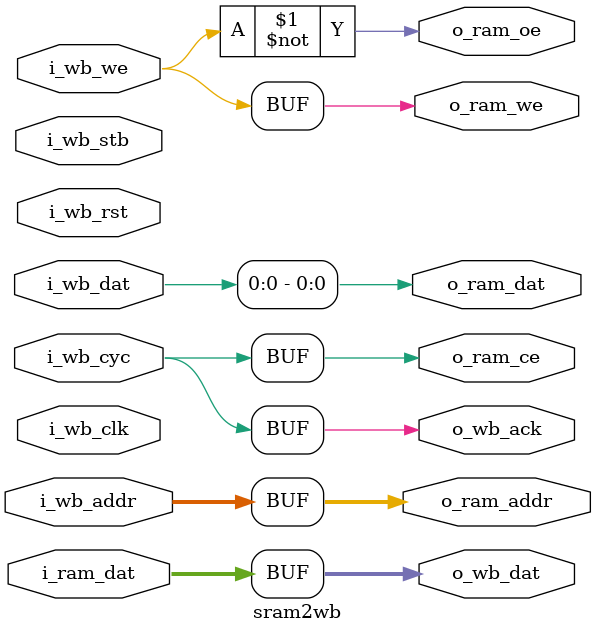
<source format=v>
module sram2wb(
    i_wb_clk,
    i_wb_stb,
    i_wb_cyc,
    i_wb_rst,
    i_wb_we,
    i_wb_addr,
    i_wb_dat,
    o_wb_dat,
    o_wb_ack,

    i_ram_dat,
    o_ram_dat,
    o_ram_addr,
    o_ram_oe,
    o_ram_ce,
    o_ram_we
);

input i_wb_clk;
input i_wb_stb; // TODO [x:0] !
input i_wb_cyc;
input i_wb_rst;
input i_wb_we;
input [17:0] i_wb_addr;
input [7:0] i_wb_dat;
output [7:0] o_wb_dat;
output o_wb_ack;

input [7:0] i_ram_dat;
output o_ram_dat;
output [17:0] o_ram_addr;
output o_ram_oe;
output o_ram_ce;
output o_ram_we;

assign o_ram_addr = i_wb_addr;
assign o_ram_ce = i_wb_cyc;
assign o_ram_we = i_wb_we;
assign o_ram_oe = ~i_wb_we;

assign o_ram_dat = i_wb_dat;
assign o_wb_dat = i_ram_dat;
assign o_wb_ack = i_wb_cyc; // ack immediately

endmodule


</source>
